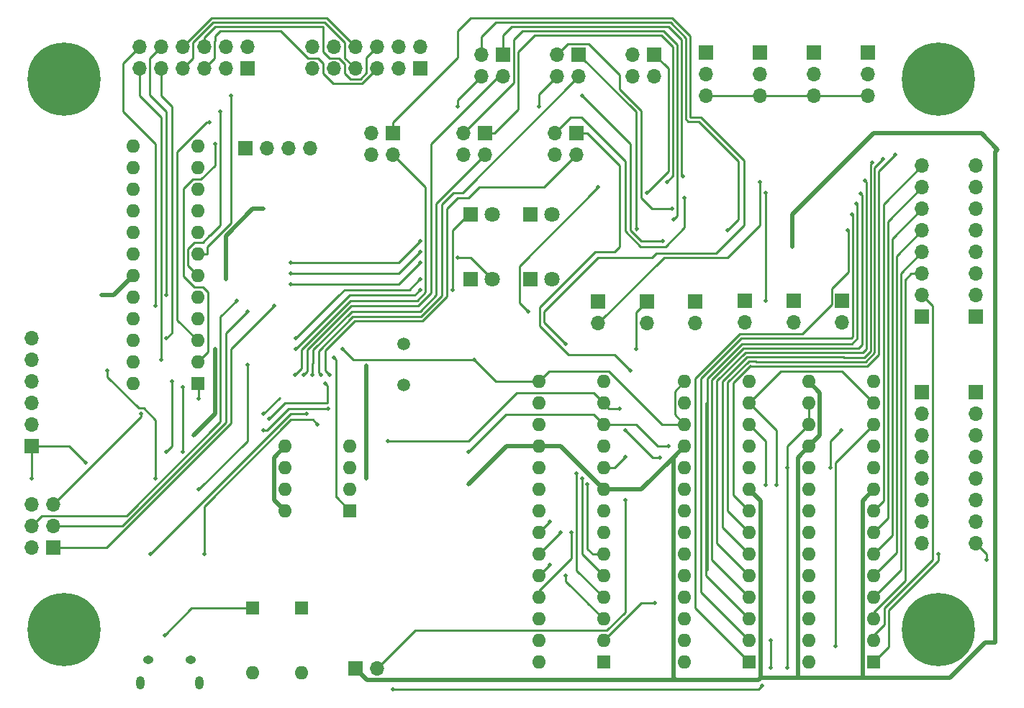
<source format=gbr>
%TF.GenerationSoftware,KiCad,Pcbnew,(5.1.8)-1*%
%TF.CreationDate,2021-01-20T16:15:24-05:00*%
%TF.ProjectId,Switch_Panel,53776974-6368-45f5-9061-6e656c2e6b69,rev?*%
%TF.SameCoordinates,Original*%
%TF.FileFunction,Copper,L2,Bot*%
%TF.FilePolarity,Positive*%
%FSLAX46Y46*%
G04 Gerber Fmt 4.6, Leading zero omitted, Abs format (unit mm)*
G04 Created by KiCad (PCBNEW (5.1.8)-1) date 2021-01-20 16:15:24*
%MOMM*%
%LPD*%
G01*
G04 APERTURE LIST*
%TA.AperFunction,ComponentPad*%
%ADD10R,1.600000X1.600000*%
%TD*%
%TA.AperFunction,ComponentPad*%
%ADD11O,1.600000X1.600000*%
%TD*%
%TA.AperFunction,WasherPad*%
%ADD12C,8.600000*%
%TD*%
%TA.AperFunction,WasherPad*%
%ADD13C,0.900000*%
%TD*%
%TA.AperFunction,ComponentPad*%
%ADD14O,1.250000X0.950000*%
%TD*%
%TA.AperFunction,ComponentPad*%
%ADD15O,1.000000X1.550000*%
%TD*%
%TA.AperFunction,ComponentPad*%
%ADD16R,1.700000X1.700000*%
%TD*%
%TA.AperFunction,ComponentPad*%
%ADD17O,1.700000X1.700000*%
%TD*%
%TA.AperFunction,ComponentPad*%
%ADD18C,1.500000*%
%TD*%
%TA.AperFunction,ComponentPad*%
%ADD19C,1.800000*%
%TD*%
%TA.AperFunction,ComponentPad*%
%ADD20R,1.800000X1.800000*%
%TD*%
%TA.AperFunction,ViaPad*%
%ADD21C,0.500000*%
%TD*%
%TA.AperFunction,Conductor*%
%ADD22C,0.250000*%
%TD*%
%TA.AperFunction,Conductor*%
%ADD23C,0.500000*%
%TD*%
G04 APERTURE END LIST*
D10*
%TO.P,U6,1*%
%TO.N,/SW_I*%
X100330000Y-90170000D03*
D11*
%TO.P,U6,15*%
%TO.N,GND*%
X92710000Y-57150000D03*
%TO.P,U6,2*%
%TO.N,/SW_J*%
X100330000Y-87630000D03*
%TO.P,U6,16*%
%TO.N,GND*%
X92710000Y-59690000D03*
%TO.P,U6,3*%
%TO.N,/SW_K*%
X100330000Y-85090000D03*
%TO.P,U6,17*%
%TO.N,+5V*%
X92710000Y-62230000D03*
%TO.P,U6,4*%
%TO.N,/SW_L*%
X100330000Y-82550000D03*
%TO.P,U6,18*%
%TO.N,+5V*%
X92710000Y-64770000D03*
%TO.P,U6,5*%
%TO.N,/SW_M*%
X100330000Y-80010000D03*
%TO.P,U6,19*%
%TO.N,N/C*%
X92710000Y-67310000D03*
%TO.P,U6,6*%
%TO.N,/SW_N*%
X100330000Y-77470000D03*
%TO.P,U6,20*%
%TO.N,N/C*%
X92710000Y-69850000D03*
%TO.P,U6,7*%
%TO.N,/SW_O*%
X100330000Y-74930000D03*
%TO.P,U6,21*%
%TO.N,/SW_A*%
X92710000Y-72390000D03*
%TO.P,U6,8*%
%TO.N,/SW_P*%
X100330000Y-72390000D03*
%TO.P,U6,22*%
%TO.N,/SW_B*%
X92710000Y-74930000D03*
%TO.P,U6,9*%
%TO.N,+5V*%
X100330000Y-69850000D03*
%TO.P,U6,23*%
%TO.N,/SW_C*%
X92710000Y-77470000D03*
%TO.P,U6,10*%
%TO.N,GND*%
X100330000Y-67310000D03*
%TO.P,U6,24*%
%TO.N,/SW_D*%
X92710000Y-80010000D03*
%TO.P,U6,11*%
%TO.N,N/C*%
X100330000Y-64770000D03*
%TO.P,U6,25*%
%TO.N,/SW_E*%
X92710000Y-82550000D03*
%TO.P,U6,12*%
%TO.N,/SCL1*%
X100330000Y-62230000D03*
%TO.P,U6,26*%
%TO.N,/SW_F*%
X92710000Y-85090000D03*
%TO.P,U6,13*%
%TO.N,/SDA1*%
X100330000Y-59690000D03*
%TO.P,U6,27*%
%TO.N,/SW_G*%
X92710000Y-87630000D03*
%TO.P,U6,14*%
%TO.N,N/C*%
X100330000Y-57150000D03*
%TO.P,U6,28*%
%TO.N,/SW_H*%
X92710000Y-90170000D03*
%TD*%
%TO.P,U5,28*%
%TO.N,Net-(J10-Pad8)*%
X109855000Y-90170000D03*
%TO.P,U5,14*%
%TO.N,N/C*%
X117475000Y-57150000D03*
%TO.P,U5,27*%
%TO.N,Net-(J10-Pad7)*%
X109855000Y-87630000D03*
%TO.P,U5,13*%
%TO.N,/SDA1*%
X117475000Y-59690000D03*
%TO.P,U5,26*%
%TO.N,Net-(J10-Pad6)*%
X109855000Y-85090000D03*
%TO.P,U5,12*%
%TO.N,/SCL1*%
X117475000Y-62230000D03*
%TO.P,U5,25*%
%TO.N,Net-(J10-Pad5)*%
X109855000Y-82550000D03*
%TO.P,U5,11*%
%TO.N,N/C*%
X117475000Y-64770000D03*
%TO.P,U5,24*%
%TO.N,Net-(J10-Pad4)*%
X109855000Y-80010000D03*
%TO.P,U5,10*%
%TO.N,GND*%
X117475000Y-67310000D03*
%TO.P,U5,23*%
%TO.N,Net-(J10-Pad3)*%
X109855000Y-77470000D03*
%TO.P,U5,9*%
%TO.N,+5V*%
X117475000Y-69850000D03*
%TO.P,U5,22*%
%TO.N,Net-(J10-Pad2)*%
X109855000Y-74930000D03*
%TO.P,U5,8*%
%TO.N,Net-(J9-Pad8)*%
X117475000Y-72390000D03*
%TO.P,U5,21*%
%TO.N,Net-(J10-Pad1)*%
X109855000Y-72390000D03*
%TO.P,U5,7*%
%TO.N,Net-(J9-Pad7)*%
X117475000Y-74930000D03*
%TO.P,U5,20*%
%TO.N,N/C*%
X109855000Y-69850000D03*
%TO.P,U5,6*%
%TO.N,Net-(J9-Pad6)*%
X117475000Y-77470000D03*
%TO.P,U5,19*%
%TO.N,N/C*%
X109855000Y-67310000D03*
%TO.P,U5,5*%
%TO.N,Net-(J9-Pad5)*%
X117475000Y-80010000D03*
%TO.P,U5,18*%
%TO.N,+5V*%
X109855000Y-64770000D03*
%TO.P,U5,4*%
%TO.N,Net-(J9-Pad4)*%
X117475000Y-82550000D03*
%TO.P,U5,17*%
%TO.N,GND*%
X109855000Y-62230000D03*
%TO.P,U5,3*%
%TO.N,Net-(J9-Pad3)*%
X117475000Y-85090000D03*
%TO.P,U5,16*%
%TO.N,+5V*%
X109855000Y-59690000D03*
%TO.P,U5,2*%
%TO.N,Net-(J9-Pad2)*%
X117475000Y-87630000D03*
%TO.P,U5,15*%
%TO.N,GND*%
X109855000Y-57150000D03*
D10*
%TO.P,U5,1*%
%TO.N,Net-(J9-Pad1)*%
X117475000Y-90170000D03*
%TD*%
D11*
%TO.P,D2,2*%
%TO.N,GND*%
X64770000Y-91440000D03*
D10*
%TO.P,D2,1*%
%TO.N,Net-(D2-Pad1)*%
X64770000Y-83820000D03*
%TD*%
D12*
%TO.P,REF\u002A\u002A,*%
%TO.N,*%
X139700000Y-21590000D03*
D13*
X142925000Y-21590000D03*
X141980419Y-23870419D03*
X139700000Y-24815000D03*
X137419581Y-23870419D03*
X136475000Y-21590000D03*
X137419581Y-19309581D03*
X139700000Y-18365000D03*
X141980419Y-19309581D03*
%TD*%
%TO.P,REF\u002A\u002A,*%
%TO.N,*%
X141980419Y-84079581D03*
X139700000Y-83135000D03*
X137419581Y-84079581D03*
X136475000Y-86360000D03*
X137419581Y-88640419D03*
X139700000Y-89585000D03*
X141980419Y-88640419D03*
X142925000Y-86360000D03*
D12*
X139700000Y-86360000D03*
%TD*%
%TO.P,REF\u002A\u002A,*%
%TO.N,*%
X36830000Y-86360000D03*
D13*
X40055000Y-86360000D03*
X39110419Y-88640419D03*
X36830000Y-89585000D03*
X34549581Y-88640419D03*
X33605000Y-86360000D03*
X34549581Y-84079581D03*
X36830000Y-83135000D03*
X39110419Y-84079581D03*
%TD*%
D12*
%TO.P,REF\u002A\u002A,*%
%TO.N,*%
X36830000Y-21590000D03*
D13*
X40055000Y-21590000D03*
X39110419Y-23870419D03*
X36830000Y-24815000D03*
X34549581Y-23870419D03*
X33605000Y-21590000D03*
X34549581Y-19309581D03*
X36830000Y-18365000D03*
X39110419Y-19309581D03*
%TD*%
D14*
%TO.P,J1,SH*%
%TO.N,N/C*%
X51776000Y-89916000D03*
X46776000Y-89916000D03*
D15*
X45776000Y-92616000D03*
X52776000Y-92616000D03*
%TD*%
D16*
%TO.P,J2,1*%
%TO.N,+5V*%
X71120000Y-90932000D03*
D17*
%TO.P,J2,2*%
%TO.N,GND*%
X73660000Y-90932000D03*
%TD*%
D16*
%TO.P,J3,1*%
%TO.N,/MISO_DATA*%
X35560000Y-76708000D03*
D17*
%TO.P,J3,2*%
%TO.N,+5V*%
X33020000Y-76708000D03*
%TO.P,J3,3*%
%TO.N,/SCK*%
X35560000Y-74168000D03*
%TO.P,J3,4*%
%TO.N,/MOSI_SDA*%
X33020000Y-74168000D03*
%TO.P,J3,5*%
%TO.N,/RST*%
X35560000Y-71628000D03*
%TO.P,J3,6*%
%TO.N,GND*%
X33020000Y-71628000D03*
%TD*%
D16*
%TO.P,J4,1*%
%TO.N,GND*%
X33020000Y-64770000D03*
D17*
%TO.P,J4,2*%
%TO.N,N/C*%
X33020000Y-62230000D03*
%TO.P,J4,3*%
%TO.N,+5V*%
X33020000Y-59690000D03*
%TO.P,J4,4*%
%TO.N,Net-(J4-Pad4)*%
X33020000Y-57150000D03*
%TO.P,J4,5*%
%TO.N,Net-(J4-Pad5)*%
X33020000Y-54610000D03*
%TO.P,J4,6*%
%TO.N,N/C*%
X33020000Y-52070000D03*
%TD*%
D16*
%TO.P,J7,1*%
%TO.N,Net-(J7-Pad1)*%
X137795000Y-49530000D03*
D17*
%TO.P,J7,2*%
%TO.N,Net-(J7-Pad2)*%
X137795000Y-46990000D03*
%TO.P,J7,3*%
%TO.N,Net-(J7-Pad3)*%
X137795000Y-44450000D03*
%TO.P,J7,4*%
%TO.N,Net-(J7-Pad4)*%
X137795000Y-41910000D03*
%TO.P,J7,5*%
%TO.N,Net-(J7-Pad5)*%
X137795000Y-39370000D03*
%TO.P,J7,6*%
%TO.N,Net-(J7-Pad6)*%
X137795000Y-36830000D03*
%TO.P,J7,7*%
%TO.N,Net-(J7-Pad7)*%
X137795000Y-34290000D03*
%TO.P,J7,8*%
%TO.N,Net-(J7-Pad8)*%
X137795000Y-31750000D03*
%TD*%
%TO.P,J8,8*%
%TO.N,Net-(J8-Pad8)*%
X144145000Y-76200000D03*
%TO.P,J8,7*%
%TO.N,Net-(J8-Pad7)*%
X144145000Y-73660000D03*
%TO.P,J8,6*%
%TO.N,Net-(J8-Pad6)*%
X144145000Y-71120000D03*
%TO.P,J8,5*%
%TO.N,Net-(J8-Pad5)*%
X144145000Y-68580000D03*
%TO.P,J8,4*%
%TO.N,Net-(J8-Pad4)*%
X144145000Y-66040000D03*
%TO.P,J8,3*%
%TO.N,Net-(J8-Pad3)*%
X144145000Y-63500000D03*
%TO.P,J8,2*%
%TO.N,Net-(J8-Pad2)*%
X144145000Y-60960000D03*
D16*
%TO.P,J8,1*%
%TO.N,Net-(J8-Pad1)*%
X144145000Y-58420000D03*
%TD*%
%TO.P,SW4,1*%
%TO.N,/SW_A*%
X112395000Y-18415000D03*
D17*
%TO.P,SW4,2*%
%TO.N,/PULLUP_C*%
X112395000Y-20955000D03*
%TO.P,SW4,3*%
%TO.N,GND*%
X112395000Y-23495000D03*
%TD*%
D16*
%TO.P,SW5,1*%
%TO.N,/SW_C*%
X118745000Y-18415000D03*
D17*
%TO.P,SW5,2*%
%TO.N,/PULLUP_A*%
X118745000Y-20955000D03*
%TO.P,SW5,3*%
%TO.N,GND*%
X118745000Y-23495000D03*
%TD*%
D16*
%TO.P,SW6,1*%
%TO.N,/SW_E*%
X99695000Y-47752000D03*
D17*
%TO.P,SW6,2*%
%TO.N,/PULLUP_E*%
X99695000Y-50292000D03*
%TD*%
D16*
%TO.P,SW7,1*%
%TO.N,/SW_I*%
X105410000Y-47752000D03*
D17*
%TO.P,SW7,2*%
%TO.N,/PULLUP_G*%
X105410000Y-50292000D03*
%TD*%
D16*
%TO.P,SW8,1*%
%TO.N,/SW_G*%
X111125000Y-47752000D03*
D17*
%TO.P,SW8,2*%
%TO.N,/PULLUP_I*%
X111125000Y-50292000D03*
%TD*%
%TO.P,SW9,3*%
%TO.N,GND*%
X125095000Y-23495000D03*
%TO.P,SW9,2*%
%TO.N,/PULLUP_B*%
X125095000Y-20955000D03*
D16*
%TO.P,SW9,1*%
%TO.N,/SW_D*%
X125095000Y-18415000D03*
%TD*%
D17*
%TO.P,SW10,2*%
%TO.N,/PULLUP_F*%
X116967000Y-50165000D03*
D16*
%TO.P,SW10,1*%
%TO.N,/SW_F*%
X116967000Y-47625000D03*
%TD*%
%TO.P,SW11,1*%
%TO.N,/SW_B*%
X131445000Y-18415000D03*
D17*
%TO.P,SW11,2*%
%TO.N,/PULLUP_D*%
X131445000Y-20955000D03*
%TO.P,SW11,3*%
%TO.N,GND*%
X131445000Y-23495000D03*
%TD*%
%TO.P,SW12,2*%
%TO.N,/PULLUP_J*%
X122682000Y-50165000D03*
D16*
%TO.P,SW12,1*%
%TO.N,/SW_H*%
X122682000Y-47625000D03*
%TD*%
D17*
%TO.P,SW13,2*%
%TO.N,/PULLUP_H*%
X128397000Y-50165000D03*
D16*
%TO.P,SW13,1*%
%TO.N,/SW_J*%
X128397000Y-47625000D03*
%TD*%
D10*
%TO.P,U2,1*%
%TO.N,/CCSEL*%
X70485000Y-72390000D03*
D11*
%TO.P,U2,5*%
%TO.N,+5V*%
X62865000Y-64770000D03*
%TO.P,U2,2*%
%TO.N,/SCK1*%
X70485000Y-69850000D03*
%TO.P,U2,6*%
%TO.N,Net-(R9-Pad2)*%
X62865000Y-67310000D03*
%TO.P,U2,3*%
%TO.N,/MOSI1*%
X70485000Y-67310000D03*
%TO.P,U2,7*%
%TO.N,GND*%
X62865000Y-69850000D03*
%TO.P,U2,4*%
X70485000Y-64770000D03*
%TO.P,U2,8*%
%TO.N,+5V*%
X62865000Y-72390000D03*
%TD*%
D10*
%TO.P,U3,1*%
%TO.N,/MOSI1*%
X52578000Y-57404000D03*
D11*
%TO.P,U3,13*%
%TO.N,/SCK1*%
X44958000Y-29464000D03*
%TO.P,U3,2*%
%TO.N,/DIG_0*%
X52578000Y-54864000D03*
%TO.P,U3,14*%
%TO.N,/SEG_A*%
X44958000Y-32004000D03*
%TO.P,U3,3*%
%TO.N,/DIG_4*%
X52578000Y-52324000D03*
%TO.P,U3,15*%
%TO.N,/SEG_F*%
X44958000Y-34544000D03*
%TO.P,U3,4*%
%TO.N,GND*%
X52578000Y-49784000D03*
%TO.P,U3,16*%
%TO.N,/SEG_B*%
X44958000Y-37084000D03*
%TO.P,U3,5*%
%TO.N,/DIG_6*%
X52578000Y-47244000D03*
%TO.P,U3,17*%
%TO.N,/SEG_G*%
X44958000Y-39624000D03*
%TO.P,U3,6*%
%TO.N,/DIG_2*%
X52578000Y-44704000D03*
%TO.P,U3,18*%
%TO.N,/ISET*%
X44958000Y-42164000D03*
%TO.P,U3,7*%
%TO.N,/DIG_3*%
X52578000Y-42164000D03*
%TO.P,U3,19*%
%TO.N,+5V*%
X44958000Y-44704000D03*
%TO.P,U3,8*%
%TO.N,/DIG_7*%
X52578000Y-39624000D03*
%TO.P,U3,20*%
%TO.N,/SEG_C*%
X44958000Y-47244000D03*
%TO.P,U3,9*%
%TO.N,GND*%
X52578000Y-37084000D03*
%TO.P,U3,21*%
%TO.N,/SEG_E*%
X44958000Y-49784000D03*
%TO.P,U3,10*%
%TO.N,/DIG_5*%
X52578000Y-34544000D03*
%TO.P,U3,22*%
%TO.N,/SEG_DP*%
X44958000Y-52324000D03*
%TO.P,U3,11*%
%TO.N,/DIG_1*%
X52578000Y-32004000D03*
%TO.P,U3,23*%
%TO.N,/SEG_D*%
X44958000Y-54864000D03*
%TO.P,U3,12*%
%TO.N,/LOAD*%
X52578000Y-29464000D03*
%TO.P,U3,24*%
%TO.N,N/C*%
X44958000Y-57404000D03*
%TD*%
D10*
%TO.P,U4,1*%
%TO.N,Net-(J7-Pad1)*%
X132080000Y-90170000D03*
D11*
%TO.P,U4,15*%
%TO.N,+5V*%
X124460000Y-57150000D03*
%TO.P,U4,2*%
%TO.N,Net-(J7-Pad2)*%
X132080000Y-87630000D03*
%TO.P,U4,16*%
%TO.N,GND*%
X124460000Y-59690000D03*
%TO.P,U4,3*%
%TO.N,Net-(J7-Pad3)*%
X132080000Y-85090000D03*
%TO.P,U4,17*%
%TO.N,GND*%
X124460000Y-62230000D03*
%TO.P,U4,4*%
%TO.N,Net-(J7-Pad4)*%
X132080000Y-82550000D03*
%TO.P,U4,18*%
%TO.N,+5V*%
X124460000Y-64770000D03*
%TO.P,U4,5*%
%TO.N,Net-(J7-Pad5)*%
X132080000Y-80010000D03*
%TO.P,U4,19*%
%TO.N,N/C*%
X124460000Y-67310000D03*
%TO.P,U4,6*%
%TO.N,Net-(J7-Pad6)*%
X132080000Y-77470000D03*
%TO.P,U4,20*%
%TO.N,N/C*%
X124460000Y-69850000D03*
%TO.P,U4,7*%
%TO.N,Net-(J7-Pad7)*%
X132080000Y-74930000D03*
%TO.P,U4,21*%
%TO.N,Net-(J8-Pad1)*%
X124460000Y-72390000D03*
%TO.P,U4,8*%
%TO.N,Net-(J7-Pad8)*%
X132080000Y-72390000D03*
%TO.P,U4,22*%
%TO.N,Net-(J8-Pad2)*%
X124460000Y-74930000D03*
%TO.P,U4,9*%
%TO.N,+5V*%
X132080000Y-69850000D03*
%TO.P,U4,23*%
%TO.N,Net-(J8-Pad3)*%
X124460000Y-77470000D03*
%TO.P,U4,10*%
%TO.N,GND*%
X132080000Y-67310000D03*
%TO.P,U4,24*%
%TO.N,Net-(J8-Pad4)*%
X124460000Y-80010000D03*
%TO.P,U4,11*%
%TO.N,N/C*%
X132080000Y-64770000D03*
%TO.P,U4,25*%
%TO.N,Net-(J8-Pad5)*%
X124460000Y-82550000D03*
%TO.P,U4,12*%
%TO.N,/SCL1*%
X132080000Y-62230000D03*
%TO.P,U4,26*%
%TO.N,Net-(J8-Pad6)*%
X124460000Y-85090000D03*
%TO.P,U4,13*%
%TO.N,/SDA1*%
X132080000Y-59690000D03*
%TO.P,U4,27*%
%TO.N,Net-(J8-Pad7)*%
X124460000Y-87630000D03*
%TO.P,U4,14*%
%TO.N,N/C*%
X132080000Y-57150000D03*
%TO.P,U4,28*%
%TO.N,Net-(J8-Pad8)*%
X124460000Y-90170000D03*
%TD*%
D18*
%TO.P,Y1,1*%
%TO.N,Net-(C2-Pad1)*%
X76835000Y-52705000D03*
%TO.P,Y1,2*%
%TO.N,Net-(C1-Pad1)*%
X76835000Y-57585000D03*
%TD*%
D17*
%TO.P,SW1,4*%
%TO.N,/LED_K_PWR*%
X73025000Y-30480000D03*
%TO.P,SW1,3*%
%TO.N,/LED_K*%
X75565000Y-30480000D03*
%TO.P,SW1,2*%
%TO.N,/PULLUP_K*%
X73025000Y-27940000D03*
D16*
%TO.P,SW1,1*%
%TO.N,/SW_K*%
X75565000Y-27940000D03*
%TD*%
D17*
%TO.P,SW2,4*%
%TO.N,/LED_M_PWR*%
X83820000Y-30480000D03*
%TO.P,SW2,3*%
%TO.N,/LED_M*%
X86360000Y-30480000D03*
%TO.P,SW2,2*%
%TO.N,/PULLUP_M*%
X83820000Y-27940000D03*
D16*
%TO.P,SW2,1*%
%TO.N,/SW_M*%
X86360000Y-27940000D03*
%TD*%
D17*
%TO.P,SW3,4*%
%TO.N,/LED_O_PWR*%
X94615000Y-30480000D03*
%TO.P,SW3,3*%
%TO.N,/LED_O*%
X97155000Y-30480000D03*
%TO.P,SW3,2*%
%TO.N,/PULLUP_O*%
X94615000Y-27940000D03*
D16*
%TO.P,SW3,1*%
%TO.N,/SW_O*%
X97155000Y-27940000D03*
%TD*%
%TO.P,SW14,1*%
%TO.N,/SW_L*%
X88519000Y-18669000D03*
D17*
%TO.P,SW14,2*%
%TO.N,/PULLUP_L*%
X85979000Y-18669000D03*
%TO.P,SW14,3*%
%TO.N,/LED_L*%
X88519000Y-21209000D03*
%TO.P,SW14,4*%
%TO.N,/LED_L_PWR*%
X85979000Y-21209000D03*
%TD*%
D16*
%TO.P,SW15,1*%
%TO.N,/SW_N*%
X97409000Y-18669000D03*
D17*
%TO.P,SW15,2*%
%TO.N,/PULLUP_N*%
X94869000Y-18669000D03*
%TO.P,SW15,3*%
%TO.N,/LED_N*%
X97409000Y-21209000D03*
%TO.P,SW15,4*%
%TO.N,/LED_N_PWR*%
X94869000Y-21209000D03*
%TD*%
D16*
%TO.P,SW16,1*%
%TO.N,/SW_P*%
X106299000Y-18669000D03*
D17*
%TO.P,SW16,2*%
%TO.N,/PULLUP_P*%
X103759000Y-18669000D03*
%TO.P,SW16,3*%
%TO.N,/LED_P*%
X106299000Y-21209000D03*
%TO.P,SW16,4*%
%TO.N,/LED_P_PWR*%
X103759000Y-21209000D03*
%TD*%
D10*
%TO.P,D1,1*%
%TO.N,Net-(D1-Pad1)*%
X59055000Y-83820000D03*
D11*
%TO.P,D1,2*%
%TO.N,GND*%
X59055000Y-91440000D03*
%TD*%
D19*
%TO.P,D3,2*%
%TO.N,/LED_Q_PWR*%
X94234000Y-45085000D03*
D20*
%TO.P,D3,1*%
%TO.N,/LED_Q*%
X91694000Y-45085000D03*
%TD*%
%TO.P,D4,1*%
%TO.N,/LED_S*%
X84709000Y-37465000D03*
D19*
%TO.P,D4,2*%
%TO.N,/LED_S_PWR*%
X87249000Y-37465000D03*
%TD*%
D20*
%TO.P,D5,1*%
%TO.N,/LED_R*%
X84709000Y-45085000D03*
D19*
%TO.P,D5,2*%
%TO.N,/LED_R_PWR*%
X87249000Y-45085000D03*
%TD*%
%TO.P,D6,2*%
%TO.N,/LED_T_PWR*%
X94234000Y-37465000D03*
D20*
%TO.P,D6,1*%
%TO.N,/LED_T*%
X91694000Y-37465000D03*
%TD*%
D17*
%TO.P,J5,12*%
%TO.N,/SEG_E*%
X66040000Y-17780000D03*
%TO.P,J5,11*%
%TO.N,/SEG_D*%
X66040000Y-20320000D03*
%TO.P,J5,10*%
%TO.N,/SEG_C*%
X68580000Y-17780000D03*
%TO.P,J5,9*%
%TO.N,/SEG_DP*%
X68580000Y-20320000D03*
%TO.P,J5,8*%
%TO.N,/SEG_B*%
X71120000Y-17780000D03*
%TO.P,J5,7*%
%TO.N,/SEG_A*%
X71120000Y-20320000D03*
%TO.P,J5,6*%
%TO.N,/SEG_G*%
X73660000Y-17780000D03*
%TO.P,J5,5*%
%TO.N,/SEG_F*%
X73660000Y-20320000D03*
%TO.P,J5,4*%
%TO.N,/DIG_3*%
X76200000Y-17780000D03*
%TO.P,J5,3*%
%TO.N,/DIG_2*%
X76200000Y-20320000D03*
%TO.P,J5,2*%
%TO.N,/DIG_1*%
X78740000Y-17780000D03*
D16*
%TO.P,J5,1*%
%TO.N,/DIG_0*%
X78740000Y-20320000D03*
%TD*%
%TO.P,J6,1*%
%TO.N,/DIG_4*%
X58420000Y-20320000D03*
D17*
%TO.P,J6,2*%
%TO.N,/DIG_5*%
X58420000Y-17780000D03*
%TO.P,J6,3*%
%TO.N,/DIG_6*%
X55880000Y-20320000D03*
%TO.P,J6,4*%
%TO.N,/DIG_7*%
X55880000Y-17780000D03*
%TO.P,J6,5*%
%TO.N,/SEG_F*%
X53340000Y-20320000D03*
%TO.P,J6,6*%
%TO.N,/SEG_G*%
X53340000Y-17780000D03*
%TO.P,J6,7*%
%TO.N,/SEG_A*%
X50800000Y-20320000D03*
%TO.P,J6,8*%
%TO.N,/SEG_B*%
X50800000Y-17780000D03*
%TO.P,J6,9*%
%TO.N,/SEG_DP*%
X48260000Y-20320000D03*
%TO.P,J6,10*%
%TO.N,/SEG_C*%
X48260000Y-17780000D03*
%TO.P,J6,11*%
%TO.N,/SEG_D*%
X45720000Y-20320000D03*
%TO.P,J6,12*%
%TO.N,/SEG_E*%
X45720000Y-17780000D03*
%TD*%
%TO.P,J9,8*%
%TO.N,Net-(J9-Pad8)*%
X144145000Y-31750000D03*
%TO.P,J9,7*%
%TO.N,Net-(J9-Pad7)*%
X144145000Y-34290000D03*
%TO.P,J9,6*%
%TO.N,Net-(J9-Pad6)*%
X144145000Y-36830000D03*
%TO.P,J9,5*%
%TO.N,Net-(J9-Pad5)*%
X144145000Y-39370000D03*
%TO.P,J9,4*%
%TO.N,Net-(J9-Pad4)*%
X144145000Y-41910000D03*
%TO.P,J9,3*%
%TO.N,Net-(J9-Pad3)*%
X144145000Y-44450000D03*
%TO.P,J9,2*%
%TO.N,Net-(J9-Pad2)*%
X144145000Y-46990000D03*
D16*
%TO.P,J9,1*%
%TO.N,Net-(J9-Pad1)*%
X144145000Y-49530000D03*
%TD*%
%TO.P,J10,1*%
%TO.N,Net-(J10-Pad1)*%
X137795000Y-58420000D03*
D17*
%TO.P,J10,2*%
%TO.N,Net-(J10-Pad2)*%
X137795000Y-60960000D03*
%TO.P,J10,3*%
%TO.N,Net-(J10-Pad3)*%
X137795000Y-63500000D03*
%TO.P,J10,4*%
%TO.N,Net-(J10-Pad4)*%
X137795000Y-66040000D03*
%TO.P,J10,5*%
%TO.N,Net-(J10-Pad5)*%
X137795000Y-68580000D03*
%TO.P,J10,6*%
%TO.N,Net-(J10-Pad6)*%
X137795000Y-71120000D03*
%TO.P,J10,7*%
%TO.N,Net-(J10-Pad7)*%
X137795000Y-73660000D03*
%TO.P,J10,8*%
%TO.N,Net-(J10-Pad8)*%
X137795000Y-76200000D03*
%TD*%
D16*
%TO.P,J11,1*%
%TO.N,Net-(J11-Pad1)*%
X58166000Y-29718000D03*
D17*
%TO.P,J11,2*%
%TO.N,Net-(J11-Pad2)*%
X60706000Y-29718000D03*
%TO.P,J11,3*%
%TO.N,Net-(J11-Pad3)*%
X63246000Y-29718000D03*
%TO.P,J11,4*%
%TO.N,Net-(J11-Pad4)*%
X65786000Y-29718000D03*
%TD*%
D21*
%TO.N,GND*%
X58420000Y-55181000D03*
X69620998Y-53340000D03*
X85090000Y-54610000D03*
X52705000Y-69850000D03*
X33020000Y-68580000D03*
X39370000Y-66675000D03*
X49530000Y-57150000D03*
X48895000Y-65405000D03*
X102870000Y-66040000D03*
X102870000Y-71120000D03*
X121920000Y-67310000D03*
X121920000Y-90805000D03*
X118928347Y-92928657D03*
X75565000Y-93345000D03*
X128270000Y-62865000D03*
X127000000Y-67310000D03*
%TO.N,Net-(C3-Pad1)*%
X50800000Y-57785000D03*
X50800000Y-65405000D03*
%TO.N,+5V*%
X41275000Y-46990000D03*
X55880000Y-45085000D03*
X60325000Y-36830000D03*
X72390000Y-55245000D03*
X72390000Y-68580000D03*
X54610000Y-53340000D03*
X52070000Y-63500000D03*
X122555000Y-41275000D03*
X84455000Y-69215000D03*
%TO.N,/DIG_0*%
X54610000Y-29210000D03*
%TO.N,/SEG_DP*%
X48895000Y-52070000D03*
%TO.N,/SEG_C*%
X48895000Y-46990000D03*
%TO.N,/SEG_D*%
X48260000Y-54610000D03*
%TO.N,/SEG_E*%
X47625000Y-48260000D03*
%TO.N,/DIG_4*%
X53975000Y-26670000D03*
%TO.N,/DIG_2*%
X55245000Y-25400000D03*
%TO.N,/LED_S_PWR*%
X63500000Y-44450000D03*
X78740000Y-41910000D03*
%TO.N,/LED_S*%
X78740000Y-46355000D03*
X64135000Y-53340000D03*
X82549729Y-46354729D03*
%TO.N,/DIG_3*%
X56515000Y-23495000D03*
%TO.N,/LED_R_PWR*%
X63500000Y-45720000D03*
X78740000Y-43180000D03*
X83185000Y-42545000D03*
%TO.N,/LED_T*%
X64135000Y-52070000D03*
X78740000Y-45085000D03*
%TO.N,/LED_T_PWR*%
X63500000Y-43180000D03*
X78740000Y-40640000D03*
%TO.N,/MISO_DATA*%
X61595000Y-48260000D03*
%TO.N,/SCK*%
X58420000Y-48895000D03*
%TO.N,/MOSI_SDA*%
X57150000Y-47625000D03*
%TO.N,/RST*%
X60325000Y-60940569D03*
X45925569Y-60940569D03*
%TO.N,Net-(J7-Pad1)*%
X139700000Y-77470000D03*
%TO.N,Net-(J8-Pad8)*%
X145415000Y-78105000D03*
%TO.N,Net-(J9-Pad1)*%
X128997001Y-39370000D03*
%TO.N,Net-(J9-Pad2)*%
X129540000Y-37465000D03*
%TO.N,Net-(J9-Pad3)*%
X130069960Y-36198444D03*
%TO.N,Net-(J9-Pad4)*%
X130573970Y-35052000D03*
%TO.N,/USB_D-*%
X66675000Y-62230000D03*
X53340000Y-77470000D03*
%TO.N,/USB_D+*%
X65405000Y-60960000D03*
X46990000Y-77470000D03*
%TO.N,/TXD*%
X60325000Y-62865000D03*
X67945000Y-60325000D03*
%TO.N,/RXD*%
X60934569Y-61569569D03*
X67564000Y-57404000D03*
%TO.N,/SCL1*%
X84455000Y-65405000D03*
X107950000Y-64770000D03*
X119380000Y-69299999D03*
X127635000Y-88265000D03*
%TO.N,/SDA1*%
X74930000Y-64135000D03*
X120650000Y-69299999D03*
X120015000Y-87630000D03*
X120015000Y-90805000D03*
X106951029Y-66112666D03*
X102870000Y-62865000D03*
X102235000Y-60325000D03*
%TO.N,Net-(R9-Pad2)*%
X41910000Y-55880000D03*
X47625000Y-68580000D03*
%TO.N,/PULLUP_E*%
X118745000Y-33655000D03*
%TO.N,/PULLUP_F*%
X119380000Y-47625000D03*
X119380000Y-34925000D03*
%TO.N,/LED_K*%
X64008000Y-56388000D03*
%TO.N,/PULLUP_K*%
X97790000Y-23495000D03*
X107315000Y-40640000D03*
%TO.N,/SW_K*%
X95885000Y-52705000D03*
X95885000Y-80010000D03*
%TO.N,/LED_M*%
X66040000Y-56388000D03*
%TO.N,/PULLUP_M*%
X108585000Y-38100000D03*
%TO.N,/SW_M*%
X97790000Y-68580000D03*
X107759771Y-33649000D03*
%TO.N,/LED_O*%
X68072000Y-56388000D03*
%TO.N,/PULLUP_O*%
X109855000Y-35560000D03*
%TO.N,/SW_O*%
X103505000Y-55880000D03*
%TO.N,/SW_A*%
X91440000Y-48895000D03*
X99695000Y-34290000D03*
%TO.N,/SW_C*%
X95250000Y-74930000D03*
%TO.N,/SW_E*%
X96520000Y-74930000D03*
%TO.N,/SW_I*%
X104180999Y-53299001D03*
%TO.N,/SW_D*%
X93980000Y-78740000D03*
%TO.N,/SW_B*%
X93980000Y-73660000D03*
%TO.N,/SW_J*%
X106322029Y-83185000D03*
%TO.N,/SW_L*%
X109606970Y-33020000D03*
X97155000Y-67945000D03*
%TO.N,/PULLUP_L*%
X114935000Y-39370000D03*
%TO.N,/LED_L*%
X65024000Y-56388000D03*
%TO.N,/SW_N*%
X104228383Y-39203841D03*
X98425000Y-69215000D03*
%TO.N,/PULLUP_N*%
X108348970Y-36830000D03*
%TO.N,/LED_N*%
X67030840Y-56413160D03*
%TO.N,/SW_P*%
X105410000Y-34925000D03*
%TO.N,/CCSEL*%
X68580000Y-54356000D03*
%TO.N,/MOSI1*%
X52705000Y-59212001D03*
%TO.N,/LED_L_PWR*%
X83185000Y-24765000D03*
%TO.N,/LED_N_PWR*%
X92710000Y-24765000D03*
%TO.N,Net-(D1-Pad1)*%
X48647000Y-86995000D03*
%TO.N,Net-(J9-Pad8)*%
X134620000Y-30480000D03*
%TO.N,Net-(J9-Pad7)*%
X133222729Y-30987729D03*
%TO.N,Net-(J9-Pad6)*%
X131898461Y-31422455D03*
%TO.N,Net-(J9-Pad5)*%
X131077980Y-33528000D03*
%TD*%
D22*
%TO.N,GND*%
X70890998Y-54610000D02*
X85090000Y-54610000D01*
X69620998Y-53340000D02*
X70890998Y-54610000D01*
X58420000Y-64135000D02*
X52705000Y-69850000D01*
X58420000Y-55181000D02*
X58420000Y-64135000D01*
X33020000Y-68580000D02*
X33020000Y-64770000D01*
X37465000Y-64770000D02*
X39370000Y-66675000D01*
X33020000Y-64770000D02*
X37465000Y-64770000D01*
X49530000Y-64770000D02*
X48895000Y-65405000D01*
X49530000Y-57150000D02*
X49530000Y-64770000D01*
X101600000Y-67310000D02*
X102870000Y-66040000D01*
X100330000Y-67310000D02*
X101600000Y-67310000D01*
X78141001Y-86450999D02*
X73660000Y-90932000D01*
X100713923Y-86450999D02*
X78141001Y-86450999D01*
X102870000Y-84294922D02*
X100713923Y-86450999D01*
X102870000Y-71120000D02*
X102870000Y-84294922D01*
X100895921Y-55970999D02*
X93889001Y-55970999D01*
X93889001Y-55970999D02*
X92710000Y-57150000D01*
X107154922Y-62230000D02*
X100895921Y-55970999D01*
X109855000Y-62230000D02*
X107154922Y-62230000D01*
X108675999Y-61050999D02*
X109855000Y-62230000D01*
X108675999Y-58329001D02*
X108675999Y-61050999D01*
X109855000Y-57150000D02*
X108675999Y-58329001D01*
X87630000Y-57150000D02*
X85090000Y-54610000D01*
X92710000Y-57150000D02*
X87630000Y-57150000D01*
X112395000Y-23495000D02*
X118745000Y-23495000D01*
X118745000Y-23495000D02*
X125095000Y-23495000D01*
X125095000Y-23495000D02*
X131445000Y-23495000D01*
X121920000Y-64770000D02*
X124460000Y-62230000D01*
X121920000Y-67310000D02*
X121920000Y-64770000D01*
X124460000Y-62230000D02*
X124460000Y-59690000D01*
X121920000Y-67310000D02*
X121920000Y-90805000D01*
X118512004Y-93345000D02*
X75565000Y-93345000D01*
X118928347Y-92928657D02*
X118512004Y-93345000D01*
X127000000Y-64135000D02*
X127000000Y-67310000D01*
X128270000Y-62865000D02*
X127000000Y-64135000D01*
%TO.N,Net-(C3-Pad1)*%
X50800000Y-57785000D02*
X50800000Y-65405000D01*
D23*
%TO.N,+5V*%
X42672000Y-46990000D02*
X44958000Y-44704000D01*
X41275000Y-46990000D02*
X42672000Y-46990000D01*
X61560999Y-71085999D02*
X62865000Y-72390000D01*
X61560999Y-66074001D02*
X61560999Y-71085999D01*
X62865000Y-64770000D02*
X61560999Y-66074001D01*
X59055000Y-36830000D02*
X60325000Y-36830000D01*
X72390000Y-55245000D02*
X72390000Y-68580000D01*
X55880000Y-40005000D02*
X59055000Y-36830000D01*
X55880000Y-45085000D02*
X55880000Y-40005000D01*
X54610000Y-60960000D02*
X52070000Y-63500000D01*
X54610000Y-53340000D02*
X54610000Y-60960000D01*
X72474001Y-92286001D02*
X71120000Y-90932000D01*
X118779001Y-92040999D02*
X118533999Y-92286001D01*
X122555000Y-41275000D02*
X122555000Y-37465000D01*
X122555000Y-37465000D02*
X132080000Y-27940000D01*
X144780000Y-27940000D02*
X146685000Y-29845000D01*
X132080000Y-27940000D02*
X144780000Y-27940000D01*
X146426004Y-30103996D02*
X146426004Y-87888996D01*
X146685000Y-29845000D02*
X146426004Y-30103996D01*
X145233840Y-87888996D02*
X141081837Y-92040999D01*
X146426004Y-87888996D02*
X145233840Y-87888996D01*
X108550999Y-66074001D02*
X108550999Y-92040999D01*
X109855000Y-64770000D02*
X108550999Y-66074001D01*
X108550999Y-92040999D02*
X108796001Y-92286001D01*
X108796001Y-92286001D02*
X72474001Y-92286001D01*
X118533999Y-92286001D02*
X108796001Y-92286001D01*
X95250000Y-64770000D02*
X92710000Y-64770000D01*
X100330000Y-69850000D02*
X95250000Y-64770000D01*
X104775000Y-69850000D02*
X108550999Y-66074001D01*
X100330000Y-69850000D02*
X104775000Y-69850000D01*
X88900000Y-64770000D02*
X84455000Y-69215000D01*
X92710000Y-64770000D02*
X88900000Y-64770000D01*
X130775999Y-71154001D02*
X130775999Y-92040999D01*
X132080000Y-69850000D02*
X130775999Y-71154001D01*
X141081837Y-92040999D02*
X130775999Y-92040999D01*
X123155999Y-91972997D02*
X123224001Y-92040999D01*
X123155999Y-66074001D02*
X123155999Y-91972997D01*
X123224001Y-92040999D02*
X118779001Y-92040999D01*
X124460000Y-64770000D02*
X123155999Y-66074001D01*
X130775999Y-92040999D02*
X123224001Y-92040999D01*
X118779001Y-71154001D02*
X118779001Y-92040999D01*
X117475000Y-69850000D02*
X118779001Y-71154001D01*
X125764001Y-63465999D02*
X124460000Y-64770000D01*
X125764001Y-58454001D02*
X125764001Y-63465999D01*
X124460000Y-57150000D02*
X125764001Y-58454001D01*
D22*
%TO.N,/SEG_G*%
X72430999Y-19009001D02*
X73660000Y-17780000D01*
X53340000Y-17780000D02*
X53340000Y-16665552D01*
X53340000Y-16665552D02*
X54598522Y-15407030D01*
X69890999Y-19812077D02*
X69890999Y-20909921D01*
X54598522Y-15407030D02*
X67313176Y-15407030D01*
X67313176Y-15407030D02*
X67350999Y-15444853D01*
X67350999Y-15444853D02*
X67350999Y-18369921D01*
X69169921Y-19090999D02*
X69890999Y-19812077D01*
X68072077Y-19090999D02*
X69169921Y-19090999D01*
X69890999Y-20909921D02*
X70530079Y-21549001D01*
X70530079Y-21549001D02*
X71709921Y-21549001D01*
X71709921Y-21549001D02*
X72430999Y-20827923D01*
X67350999Y-18369921D02*
X68072077Y-19090999D01*
X72430999Y-20827923D02*
X72430999Y-19009001D01*
%TO.N,/SEG_F*%
X54569001Y-19090999D02*
X54569001Y-17104001D01*
X53340000Y-20320000D02*
X54569001Y-19090999D01*
X54610000Y-16510000D02*
X55208960Y-15911040D01*
X54610000Y-17063002D02*
X54610000Y-16510000D01*
X54569001Y-17104001D02*
X54610000Y-17063002D01*
X71926989Y-22053011D02*
X73660000Y-20320000D01*
X68494089Y-22053011D02*
X71926989Y-22053011D01*
X67350999Y-20909921D02*
X68494089Y-22053011D01*
X67350999Y-19730079D02*
X67350999Y-20909921D01*
X66711919Y-19090999D02*
X67350999Y-19730079D01*
X65532077Y-19090999D02*
X66711919Y-19090999D01*
X62352118Y-15911040D02*
X65532077Y-19090999D01*
X55208960Y-15911040D02*
X62352118Y-15911040D01*
%TO.N,/DIG_0*%
X53757001Y-46678079D02*
X53757001Y-53684999D01*
X53143921Y-46064999D02*
X53757001Y-46678079D01*
X53757001Y-53684999D02*
X52578000Y-54864000D01*
X52194077Y-46064999D02*
X53143921Y-46064999D01*
X50894989Y-44765911D02*
X52194077Y-46064999D01*
X50894989Y-34482089D02*
X50894989Y-44765911D01*
X52961923Y-33364999D02*
X52012079Y-33364999D01*
X52012079Y-33364999D02*
X50894989Y-34482089D01*
X54610000Y-31716922D02*
X52961923Y-33364999D01*
X54610000Y-29210000D02*
X54610000Y-31716922D01*
%TO.N,/SEG_A*%
X69890999Y-17272077D02*
X69890999Y-19090999D01*
X67521942Y-14903020D02*
X69890999Y-17272077D01*
X54389756Y-14903020D02*
X67521942Y-14903020D01*
X69890999Y-19090999D02*
X71120000Y-20320000D01*
X52029001Y-17263775D02*
X54389756Y-14903020D01*
X52029001Y-19090999D02*
X52029001Y-17263775D01*
X50800000Y-20320000D02*
X52029001Y-19090999D01*
%TO.N,/SEG_B*%
X50800000Y-17780000D02*
X54180990Y-14399010D01*
X67739010Y-14399010D02*
X71120000Y-17780000D01*
X54404010Y-14399010D02*
X67739010Y-14399010D01*
X54180990Y-14399010D02*
X54404010Y-14399010D01*
X54404010Y-14399010D02*
X54610000Y-14399010D01*
%TO.N,/SEG_DP*%
X48260000Y-20320000D02*
X48260000Y-23495000D01*
X49524001Y-51440999D02*
X48895000Y-52070000D01*
X49524001Y-24759001D02*
X49524001Y-51440999D01*
X48260000Y-23495000D02*
X49524001Y-24759001D01*
%TO.N,/SEG_C*%
X46949001Y-19090999D02*
X46949001Y-23454001D01*
X48260000Y-17780000D02*
X46949001Y-19090999D01*
X46949001Y-23454001D02*
X46990000Y-23495000D01*
X48895000Y-25400000D02*
X48895000Y-46990000D01*
X46949001Y-23454001D02*
X48895000Y-25400000D01*
%TO.N,/SEG_D*%
X45720000Y-20320000D02*
X45720000Y-23495000D01*
X48260000Y-26035000D02*
X48260000Y-54610000D01*
X45720000Y-23495000D02*
X48260000Y-26035000D01*
%TO.N,/SEG_E*%
X45720000Y-17780000D02*
X43815000Y-19685000D01*
X43815000Y-19685000D02*
X43815000Y-23495000D01*
X43815000Y-23495000D02*
X43815000Y-25400000D01*
X43815000Y-25400000D02*
X47625000Y-29210000D01*
X47625000Y-29210000D02*
X47625000Y-48260000D01*
%TO.N,/DIG_4*%
X52578000Y-52324000D02*
X50165000Y-49911000D01*
X53627078Y-26670000D02*
X53975000Y-26670000D01*
X50165000Y-30132078D02*
X53627078Y-26670000D01*
X50165000Y-49911000D02*
X50165000Y-30132078D01*
%TO.N,/DIG_2*%
X53143921Y-40803001D02*
X53975000Y-39971922D01*
X52194077Y-40803001D02*
X53143921Y-40803001D01*
X51398999Y-41598079D02*
X52194077Y-40803001D01*
X51398999Y-43524999D02*
X51398999Y-41598079D01*
X52578000Y-44704000D02*
X51398999Y-43524999D01*
X53975000Y-39971922D02*
X54008078Y-39971922D01*
X55245000Y-38735000D02*
X55245000Y-25400000D01*
X54008078Y-39971922D02*
X55245000Y-38735000D01*
%TO.N,/LED_S_PWR*%
X76200000Y-44450000D02*
X78740000Y-41910000D01*
X63500000Y-44450000D02*
X76200000Y-44450000D01*
%TO.N,/LED_S*%
X78740000Y-46355000D02*
X78105000Y-46990000D01*
X70485000Y-46990000D02*
X64135000Y-53340000D01*
X78105000Y-46990000D02*
X70485000Y-46990000D01*
X84709000Y-37465000D02*
X84455000Y-37465000D01*
X82549729Y-39370271D02*
X82549729Y-46354729D01*
X84455000Y-37465000D02*
X82549729Y-39370271D01*
%TO.N,/DIG_3*%
X52578000Y-42164000D02*
X53721000Y-42164000D01*
X56515000Y-38480446D02*
X56515000Y-25400000D01*
X53721000Y-41274446D02*
X56515000Y-38480446D01*
X53721000Y-42164000D02*
X53721000Y-41274446D01*
X56515000Y-25400000D02*
X56515000Y-23495000D01*
%TO.N,/LED_R_PWR*%
X76200000Y-45720000D02*
X78740000Y-43180000D01*
X63500000Y-45720000D02*
X76200000Y-45720000D01*
X84709000Y-42545000D02*
X83185000Y-42545000D01*
X87249000Y-45085000D02*
X84709000Y-42545000D01*
%TO.N,/LED_T*%
X64135000Y-52070000D02*
X69215000Y-46990000D01*
X69215000Y-46990000D02*
X69850000Y-46355000D01*
X77470000Y-46355000D02*
X78618431Y-45206569D01*
X69850000Y-46355000D02*
X77470000Y-46355000D01*
X78618431Y-45206569D02*
X78740000Y-45085000D01*
%TO.N,/LED_T_PWR*%
X76200000Y-43180000D02*
X78740000Y-40640000D01*
X63500000Y-43180000D02*
X76200000Y-43180000D01*
%TO.N,/MISO_DATA*%
X61595000Y-48260000D02*
X56515000Y-53340000D01*
X41853476Y-76708000D02*
X35560000Y-76708000D01*
X56515000Y-62046476D02*
X41853476Y-76708000D01*
X56515000Y-53340000D02*
X56515000Y-62046476D01*
%TO.N,/SCK*%
X43680699Y-74168000D02*
X55880000Y-61968699D01*
X35560000Y-74168000D02*
X43680699Y-74168000D01*
X55880000Y-51435000D02*
X58420000Y-48895000D01*
X55880000Y-61968699D02*
X55880000Y-51435000D01*
%TO.N,/MOSI_SDA*%
X34249001Y-72938999D02*
X33020000Y-74168000D01*
X44196923Y-72938999D02*
X34249001Y-72938999D01*
X55245000Y-61890922D02*
X44196923Y-72938999D01*
X55245000Y-49530000D02*
X55245000Y-61890922D01*
X57150000Y-47625000D02*
X55245000Y-49530000D01*
%TO.N,/RST*%
X60325000Y-60940569D02*
X62210569Y-59055000D01*
X45925569Y-61262431D02*
X45925569Y-60940569D01*
X35560000Y-71628000D02*
X45925569Y-61262431D01*
%TO.N,Net-(J7-Pad1)*%
X133854010Y-88395990D02*
X133854010Y-84028766D01*
X132080000Y-90170000D02*
X133854010Y-88395990D01*
X139700000Y-78182776D02*
X139700000Y-77470000D01*
X133854010Y-84028766D02*
X139700000Y-78182776D01*
%TO.N,Net-(J7-Pad2)*%
X132080000Y-86995000D02*
X132080000Y-87630000D01*
X137795000Y-46990000D02*
X139024001Y-48219001D01*
X132080000Y-86995000D02*
X133350000Y-85725000D01*
X133350000Y-85725000D02*
X133350000Y-83820000D01*
X133350000Y-83820000D02*
X139024001Y-78145999D01*
X139024001Y-48219001D02*
X139024001Y-78145999D01*
%TO.N,Net-(J7-Pad3)*%
X136525000Y-44450000D02*
X137795000Y-44450000D01*
X135779051Y-45195949D02*
X136525000Y-44450000D01*
X135779051Y-80595871D02*
X135779051Y-45195949D01*
X132080000Y-84294922D02*
X135779051Y-80595871D01*
X132080000Y-85090000D02*
X132080000Y-84294922D01*
%TO.N,Net-(J7-Pad4)*%
X135275041Y-79354959D02*
X132080000Y-82550000D01*
X135275041Y-44429959D02*
X135275041Y-79354959D01*
X137795000Y-41910000D02*
X135275041Y-44429959D01*
%TO.N,Net-(J7-Pad5)*%
X132080000Y-80010000D02*
X134771031Y-77318969D01*
X134771031Y-42393969D02*
X137795000Y-39370000D01*
X134771031Y-77318969D02*
X134771031Y-42393969D01*
%TO.N,Net-(J7-Pad6)*%
X137795000Y-36830000D02*
X134267021Y-40357979D01*
X134267021Y-75282979D02*
X132080000Y-77470000D01*
X134267021Y-40357979D02*
X134267021Y-75282979D01*
%TO.N,Net-(J7-Pad7)*%
X132080000Y-74930000D02*
X133763011Y-73246989D01*
X133763011Y-38321989D02*
X137795000Y-34290000D01*
X133763011Y-73246989D02*
X133763011Y-38321989D01*
%TO.N,Net-(J7-Pad8)*%
X133259001Y-71210999D02*
X132080000Y-72390000D01*
X133259001Y-36285999D02*
X133259001Y-71210999D01*
X137795000Y-31750000D02*
X133259001Y-36285999D01*
%TO.N,Net-(J8-Pad8)*%
X145415000Y-77470000D02*
X144145000Y-76200000D01*
X145415000Y-78105000D02*
X145415000Y-77470000D01*
%TO.N,Net-(J9-Pad1)*%
X117475000Y-90170000D02*
X111125000Y-83820000D01*
X111125000Y-83820000D02*
X111125000Y-59690000D01*
X111125000Y-56765641D02*
X116324651Y-51565990D01*
X111125000Y-59690000D02*
X111125000Y-56765641D01*
X116324651Y-51565990D02*
X123694010Y-51565990D01*
X127167999Y-48092001D02*
X127167999Y-46187001D01*
X127167999Y-46187001D02*
X129121991Y-44233009D01*
X123694010Y-51565990D02*
X127167999Y-48092001D01*
X129121991Y-39494990D02*
X128997001Y-39370000D01*
X129121991Y-44233009D02*
X129121991Y-39494990D01*
%TO.N,Net-(J9-Pad2)*%
X117475000Y-87630000D02*
X111760000Y-81915000D01*
X111760000Y-81915000D02*
X111760000Y-59690000D01*
X111760000Y-56843418D02*
X116533418Y-52070000D01*
X111760000Y-59690000D02*
X111760000Y-56843418D01*
X116533418Y-52070000D02*
X129462224Y-52070000D01*
X129462224Y-52070000D02*
X129626001Y-51906223D01*
X129626001Y-37551001D02*
X129540000Y-37465000D01*
X129626001Y-38821001D02*
X129626001Y-37551001D01*
X129626001Y-51906223D02*
X129626001Y-38821001D01*
X129626001Y-38821001D02*
X129626001Y-38648999D01*
%TO.N,Net-(J9-Pad3)*%
X117475000Y-85090000D02*
X112395000Y-80010000D01*
X112395000Y-80010000D02*
X112395000Y-59690000D01*
X112525990Y-56790204D02*
X116611194Y-52705000D01*
X112525990Y-79345912D02*
X112525990Y-56790204D01*
X112395000Y-79214922D02*
X112525990Y-79345912D01*
X112395000Y-59690000D02*
X112395000Y-79214922D01*
X116611194Y-52705000D02*
X129540000Y-52705000D01*
X129540000Y-52705000D02*
X130175000Y-52070000D01*
X130175000Y-52070000D02*
X130175000Y-37465000D01*
X130175000Y-36303484D02*
X130069960Y-36198444D01*
X130175000Y-37465000D02*
X130175000Y-36303484D01*
%TO.N,Net-(J9-Pad4)*%
X117475000Y-82550000D02*
X113030000Y-78105000D01*
X113030000Y-78105000D02*
X113030000Y-59690000D01*
X113030000Y-56998971D02*
X116800009Y-53228962D01*
X113030000Y-59690000D02*
X113030000Y-56998971D01*
X130286038Y-53228962D02*
X130698960Y-52816040D01*
X116800009Y-53228962D02*
X130286038Y-53228962D01*
X130698960Y-52816040D02*
X130698960Y-37465000D01*
X130698960Y-37465000D02*
X130698960Y-35684990D01*
X130698960Y-35176990D02*
X130573970Y-35052000D01*
X130698960Y-35684990D02*
X130698960Y-35176990D01*
%TO.N,/USB_D-*%
X53340000Y-71832776D02*
X53340000Y-77470000D01*
X63524479Y-61648297D02*
X53340000Y-71832776D01*
X66093297Y-61648297D02*
X66675000Y-62230000D01*
X65351703Y-61648297D02*
X66093297Y-61648297D01*
X65712838Y-61648297D02*
X65351703Y-61648297D01*
X65351703Y-61648297D02*
X63524479Y-61648297D01*
%TO.N,/USB_D+*%
X63500000Y-60960000D02*
X46990000Y-77470000D01*
X65405000Y-60960000D02*
X63500000Y-60960000D01*
%TO.N,/TXD*%
X60705458Y-62865000D02*
X60325000Y-62865000D01*
X63245458Y-60325000D02*
X60705458Y-62865000D01*
X67945000Y-60325000D02*
X63245458Y-60325000D01*
%TO.N,/RXD*%
X60985431Y-61569569D02*
X60934569Y-61569569D01*
X62865000Y-59690000D02*
X60985431Y-61569569D01*
X67818000Y-59690000D02*
X67818000Y-57658000D01*
X67818000Y-59690000D02*
X62865000Y-59690000D01*
X67818000Y-57658000D02*
X67564000Y-57404000D01*
%TO.N,/SCL1*%
X99150999Y-61050999D02*
X88809001Y-61050999D01*
X88809001Y-61050999D02*
X84455000Y-65405000D01*
X100330000Y-62230000D02*
X99150999Y-61050999D01*
X100330000Y-62230000D02*
X104140000Y-62230000D01*
X119380000Y-64135000D02*
X117475000Y-62230000D01*
X119380000Y-69299999D02*
X119380000Y-64135000D01*
X127635000Y-66675000D02*
X127635000Y-88265000D01*
X132080000Y-62230000D02*
X127635000Y-66675000D01*
X106680000Y-64770000D02*
X104140000Y-62230000D01*
X107950000Y-64770000D02*
X106680000Y-64770000D01*
%TO.N,/SDA1*%
X99150999Y-58510999D02*
X90079001Y-58510999D01*
X100330000Y-59690000D02*
X99150999Y-58510999D01*
X84455000Y-64135000D02*
X74930000Y-64135000D01*
X90079001Y-58510999D02*
X84455000Y-64135000D01*
X121194001Y-55970999D02*
X117475000Y-59690000D01*
X128360999Y-55970999D02*
X121194001Y-55970999D01*
X132080000Y-59690000D02*
X128360999Y-55970999D01*
X120650000Y-62865000D02*
X120650000Y-69299999D01*
X117475000Y-59690000D02*
X120650000Y-62865000D01*
X120015000Y-87630000D02*
X120015000Y-90805000D01*
X106117666Y-66112666D02*
X102870000Y-62865000D01*
X106951029Y-66112666D02*
X106117666Y-66112666D01*
X100965000Y-60325000D02*
X100330000Y-59690000D01*
X102235000Y-60325000D02*
X100965000Y-60325000D01*
%TO.N,Net-(R9-Pad2)*%
X47625000Y-61709078D02*
X47625000Y-68580000D01*
X46227490Y-60311568D02*
X47625000Y-61709078D01*
X45623648Y-60311568D02*
X46227490Y-60311568D01*
X41910000Y-56597920D02*
X45623648Y-60311568D01*
X41910000Y-55880000D02*
X41910000Y-56597920D01*
%TO.N,/PULLUP_E*%
X99695000Y-50292000D02*
X107442000Y-42545000D01*
X107442000Y-42545000D02*
X112690922Y-42545000D01*
X112690922Y-42545000D02*
X114935000Y-42545000D01*
X118745000Y-38735000D02*
X118745000Y-33655000D01*
X114935000Y-42545000D02*
X118745000Y-38735000D01*
%TO.N,/PULLUP_F*%
X119380000Y-47625000D02*
X119380000Y-34925000D01*
%TO.N,/LED_K*%
X78400922Y-47625000D02*
X79375000Y-46650922D01*
X79375000Y-34290000D02*
X75565000Y-30480000D01*
X70562776Y-47625000D02*
X78400922Y-47625000D01*
X79375000Y-46650922D02*
X79375000Y-34290000D01*
X64808888Y-53378888D02*
X70562776Y-47625000D01*
X64808888Y-55156888D02*
X64808888Y-53378888D01*
X64808888Y-55206112D02*
X64808888Y-55156888D01*
X64808888Y-55587112D02*
X64008000Y-56388000D01*
X64808888Y-55156888D02*
X64808888Y-55587112D01*
%TO.N,/PULLUP_K*%
X97790000Y-23495000D02*
X103505000Y-29210000D01*
X103505000Y-29210000D02*
X103505000Y-39370000D01*
X103505000Y-39370000D02*
X104775000Y-40640000D01*
X104775000Y-40640000D02*
X107315000Y-40640000D01*
%TO.N,/SW_K*%
X75565000Y-27940000D02*
X75565000Y-26670000D01*
X75565000Y-26670000D02*
X83185000Y-19050000D01*
X83185000Y-15875000D02*
X84660990Y-14399010D01*
X83185000Y-19050000D02*
X83185000Y-15875000D01*
X103710990Y-14399010D02*
X108379010Y-14399010D01*
X84660990Y-14399010D02*
X103710990Y-14399010D01*
X103710990Y-14399010D02*
X103934010Y-14399010D01*
X108379010Y-14399010D02*
X110490000Y-16510000D01*
X110490000Y-16510000D02*
X110490000Y-26035000D01*
X110490000Y-26035000D02*
X111760000Y-26035000D01*
X111760000Y-26035000D02*
X116840000Y-31115000D01*
X116840000Y-31115000D02*
X116840000Y-36830000D01*
X116840000Y-36830000D02*
X116840000Y-38735000D01*
X113534010Y-42040990D02*
X106549010Y-42040990D01*
X116840000Y-38735000D02*
X113534010Y-42040990D01*
X106549010Y-42040990D02*
X106045000Y-42545000D01*
X106045000Y-42545000D02*
X99695000Y-42545000D01*
X93345000Y-50165000D02*
X95885000Y-52705000D01*
X93345000Y-48895000D02*
X93345000Y-50165000D01*
X99695000Y-42545000D02*
X93345000Y-48895000D01*
X98425000Y-83185000D02*
X100330000Y-85090000D01*
X95885000Y-80645000D02*
X95885000Y-80010000D01*
X100330000Y-85090000D02*
X95885000Y-80645000D01*
%TO.N,/LED_M*%
X80645000Y-36195000D02*
X86360000Y-30480000D01*
X80645000Y-46990000D02*
X80645000Y-36195000D01*
X78740000Y-48895000D02*
X80645000Y-46990000D01*
X70718328Y-48895000D02*
X78740000Y-48895000D01*
X66156664Y-53456664D02*
X70718328Y-48895000D01*
X66156664Y-54980664D02*
X66156664Y-53456664D01*
X66040000Y-55097328D02*
X66156664Y-54980664D01*
X66040000Y-56388000D02*
X66040000Y-55097328D01*
%TO.N,/PULLUP_M*%
X83820000Y-27940000D02*
X89748001Y-22011999D01*
X89748001Y-22011999D02*
X89748001Y-16931999D01*
X89748001Y-16931999D02*
X90768960Y-15911040D01*
X90768960Y-15911040D02*
X107351040Y-15911040D01*
X107351040Y-15911040D02*
X108977970Y-17537970D01*
X108977970Y-17537970D02*
X108977970Y-26661301D01*
X108977970Y-37707030D02*
X108585000Y-38100000D01*
X108977970Y-26661301D02*
X108977970Y-37707030D01*
%TO.N,/SW_M*%
X87460000Y-27940000D02*
X90252011Y-25147989D01*
X86360000Y-27940000D02*
X87460000Y-27940000D01*
X108473960Y-17746736D02*
X108473960Y-26870068D01*
X107142274Y-16415050D02*
X108473960Y-17746736D01*
X92169950Y-16415050D02*
X107142274Y-16415050D01*
X90252011Y-18332989D02*
X92169950Y-16415050D01*
X90252011Y-25147989D02*
X90252011Y-18332989D01*
X108473960Y-26870068D02*
X108473960Y-32750581D01*
X100330000Y-80010000D02*
X97790000Y-77470000D01*
X97790000Y-77470000D02*
X97790000Y-75565000D01*
X97790000Y-75565000D02*
X97790000Y-72390000D01*
X97790000Y-72390000D02*
X97790000Y-68580000D01*
X108473960Y-32934811D02*
X108473960Y-32750581D01*
X107759771Y-33649000D02*
X108473960Y-32934811D01*
%TO.N,/LED_O*%
X79026543Y-50034010D02*
X71004870Y-50034010D01*
X81915000Y-47145552D02*
X79026543Y-50034010D01*
X81915000Y-36830000D02*
X81915000Y-47145552D01*
X83185000Y-35560000D02*
X81915000Y-36830000D01*
X93345000Y-34290000D02*
X85725000Y-34290000D01*
X84455000Y-35560000D02*
X83185000Y-35560000D01*
X85725000Y-34290000D02*
X84455000Y-35560000D01*
X97155000Y-30480000D02*
X93345000Y-34290000D01*
X71004870Y-50034010D02*
X69663440Y-51375440D01*
X69663440Y-51375440D02*
X67631440Y-53407440D01*
X67631440Y-53407440D02*
X67564000Y-53474880D01*
X67564000Y-55880000D02*
X68072000Y-56388000D01*
X67564000Y-53474880D02*
X67564000Y-55372000D01*
X67564000Y-55372000D02*
X67564000Y-55880000D01*
%TO.N,/PULLUP_O*%
X109855000Y-39030922D02*
X109855000Y-35560000D01*
X107616921Y-41269001D02*
X109855000Y-39030922D01*
X102870000Y-39447777D02*
X104691224Y-41269001D01*
X102870000Y-31272798D02*
X102870000Y-39447777D01*
X104691224Y-41269001D02*
X107616921Y-41269001D01*
X97671090Y-26073888D02*
X102870000Y-31272798D01*
X96481112Y-26073888D02*
X97671090Y-26073888D01*
X94615000Y-27940000D02*
X96481112Y-26073888D01*
%TO.N,/SW_O*%
X96224078Y-53975000D02*
X101600000Y-53975000D01*
X92830961Y-50581883D02*
X96224078Y-53975000D01*
X101600000Y-53975000D02*
X103505000Y-55880000D01*
X92830961Y-48380961D02*
X92830961Y-50581883D01*
X99301922Y-41910000D02*
X92830961Y-48380961D01*
X102235000Y-41275000D02*
X101600000Y-41910000D01*
X101600000Y-41910000D02*
X99301922Y-41910000D01*
X102235000Y-31750000D02*
X102235000Y-41275000D01*
X98425000Y-27940000D02*
X102235000Y-31750000D01*
X97155000Y-27940000D02*
X98425000Y-27940000D01*
%TO.N,/SW_A*%
X90414999Y-47869999D02*
X90414999Y-43570001D01*
X90414999Y-43570001D02*
X99695000Y-34290000D01*
X91440000Y-48895000D02*
X90414999Y-47869999D01*
%TO.N,/SW_C*%
X92710000Y-77470000D02*
X95250000Y-74930000D01*
%TO.N,/SW_E*%
X96520000Y-77944922D02*
X96520000Y-74930000D01*
X92710000Y-81754922D02*
X96520000Y-77944922D01*
X92710000Y-82550000D02*
X92710000Y-81754922D01*
%TO.N,/SW_I*%
X105410000Y-47752000D02*
X104180999Y-48981001D01*
X104180999Y-48981001D02*
X104180999Y-53299001D01*
%TO.N,/SW_D*%
X92710000Y-80010000D02*
X93980000Y-78740000D01*
%TO.N,/SW_B*%
X92710000Y-74930000D02*
X93980000Y-73660000D01*
%TO.N,/SW_J*%
X104775000Y-83185000D02*
X100330000Y-87630000D01*
X106322029Y-83185000D02*
X104775000Y-83185000D01*
%TO.N,/SW_L*%
X88519000Y-18669000D02*
X88519000Y-16423030D01*
X89535000Y-15407030D02*
X107961478Y-15407030D01*
X107961478Y-15407030D02*
X109481980Y-16927532D01*
X88519000Y-16423030D02*
X89535000Y-15407030D01*
X109481980Y-32895010D02*
X109606970Y-33020000D01*
X109481980Y-26296980D02*
X109481980Y-32895010D01*
X109481980Y-16927532D02*
X109481980Y-26296980D01*
X109481980Y-26296980D02*
X109481980Y-26452534D01*
X100330000Y-82550000D02*
X97155000Y-79375000D01*
X97155000Y-79375000D02*
X97155000Y-75565000D01*
X97155000Y-75565000D02*
X97155000Y-72390000D01*
X97155000Y-72390000D02*
X97155000Y-67945000D01*
%TO.N,/PULLUP_L*%
X85979000Y-18669000D02*
X85979000Y-16554020D01*
X85979000Y-16554020D02*
X87630000Y-14903020D01*
X87630000Y-14903020D02*
X103502223Y-14903020D01*
X103502223Y-14903020D02*
X108170244Y-14903020D01*
X108170244Y-14903020D02*
X109985990Y-16718766D01*
X109985990Y-16718766D02*
X109985990Y-26243767D01*
X110281233Y-26539010D02*
X111551234Y-26539010D01*
X109985990Y-26243767D02*
X110281233Y-26539010D01*
X111551234Y-26539010D02*
X116205000Y-31192776D01*
X116205000Y-31192776D02*
X116205000Y-38100000D01*
X116205000Y-38100000D02*
X114935000Y-39370000D01*
%TO.N,/LED_L*%
X65482776Y-53417776D02*
X70640552Y-48260000D01*
X78478699Y-48260000D02*
X80010000Y-46728699D01*
X70640552Y-48260000D02*
X78478699Y-48260000D01*
X80010000Y-46728699D02*
X80010000Y-29210000D01*
X88011000Y-21209000D02*
X88519000Y-21209000D01*
X80010000Y-29210000D02*
X88011000Y-21209000D01*
X65482776Y-55929224D02*
X65482776Y-55421224D01*
X65024000Y-56388000D02*
X65482776Y-55929224D01*
X65482776Y-55421224D02*
X65482776Y-53417776D01*
%TO.N,/SW_N*%
X97409000Y-18669000D02*
X104140000Y-25400000D01*
X104140000Y-25400000D02*
X104140000Y-28575000D01*
X104140000Y-28575000D02*
X104140000Y-39292224D01*
X104140000Y-39292224D02*
X104178888Y-39331112D01*
X104140000Y-39292224D02*
X104228383Y-39203841D01*
X100330000Y-77470000D02*
X99060000Y-77470000D01*
X99060000Y-77470000D02*
X98425000Y-76835000D01*
X98425000Y-76835000D02*
X98425000Y-75565000D01*
X98425000Y-75565000D02*
X98425000Y-72390000D01*
X98425000Y-72390000D02*
X98425000Y-69215000D01*
%TO.N,/PULLUP_N*%
X102235000Y-22782224D02*
X104775000Y-25322224D01*
X104775000Y-35560000D02*
X106045000Y-36830000D01*
X104775000Y-25322224D02*
X104775000Y-28575000D01*
X94869000Y-18669000D02*
X96098001Y-17439999D01*
X102235000Y-21112798D02*
X102235000Y-22782224D01*
X98562201Y-17439999D02*
X102235000Y-21112798D01*
X104775000Y-28575000D02*
X104775000Y-35560000D01*
X96098001Y-17439999D02*
X98562201Y-17439999D01*
X106045000Y-36830000D02*
X107315000Y-36830000D01*
X107315000Y-36830000D02*
X108348970Y-36830000D01*
%TO.N,/LED_N*%
X66780841Y-56163161D02*
X67030840Y-56413160D01*
X66780841Y-53545263D02*
X66780841Y-56163161D01*
X70796104Y-49530000D02*
X66780841Y-53545263D01*
X81280000Y-47067776D02*
X78817776Y-49530000D01*
X81280000Y-36272776D02*
X81280000Y-47067776D01*
X78817776Y-49530000D02*
X70796104Y-49530000D01*
X82627776Y-34925000D02*
X81280000Y-36272776D01*
X83733922Y-34925000D02*
X82627776Y-34925000D01*
X97409000Y-21249922D02*
X83733922Y-34925000D01*
X97409000Y-21209000D02*
X97409000Y-21249922D01*
%TO.N,/SW_P*%
X106299000Y-18669000D02*
X107528001Y-19898001D01*
X107528001Y-19898001D02*
X107950000Y-20320000D01*
X107950000Y-20320000D02*
X107950000Y-26670000D01*
X107950000Y-32385000D02*
X105410000Y-34925000D01*
X107950000Y-26670000D02*
X107950000Y-32385000D01*
%TO.N,/CCSEL*%
X68829999Y-70734999D02*
X68897500Y-70802500D01*
X68829999Y-54605999D02*
X68829999Y-70734999D01*
X68580000Y-54356000D02*
X68829999Y-54605999D01*
X68897500Y-70802500D02*
X70485000Y-72390000D01*
%TO.N,/MOSI1*%
X52705000Y-57531000D02*
X52578000Y-57404000D01*
X52705000Y-59212001D02*
X52705000Y-57531000D01*
%TO.N,/LED_L_PWR*%
X83185000Y-24003000D02*
X85979000Y-21209000D01*
X83185000Y-24765000D02*
X83185000Y-24003000D01*
%TO.N,/LED_N_PWR*%
X92710000Y-23368000D02*
X94869000Y-21209000D01*
X92710000Y-24765000D02*
X92710000Y-23368000D01*
%TO.N,Net-(D1-Pad1)*%
X51822000Y-83820000D02*
X59055000Y-83820000D01*
X48647000Y-86995000D02*
X51822000Y-83820000D01*
%TO.N,Net-(J9-Pad8)*%
X117475000Y-72390000D02*
X115570000Y-70485000D01*
X115570000Y-70485000D02*
X115570000Y-59690000D01*
X115570000Y-59690000D02*
X115570000Y-57310078D01*
X115570000Y-57310078D02*
X117555039Y-55325039D01*
X117555039Y-55325039D02*
X117635078Y-55245000D01*
X132715000Y-53975000D02*
X132715000Y-36830000D01*
X131364961Y-55325039D02*
X132715000Y-53975000D01*
X117555039Y-55325039D02*
X131364961Y-55325039D01*
X132715000Y-32385000D02*
X134620000Y-30480000D01*
X132715000Y-36830000D02*
X132715000Y-32385000D01*
%TO.N,Net-(J9-Pad7)*%
X117475000Y-74930000D02*
X114935000Y-72390000D01*
X114935000Y-72390000D02*
X114935000Y-59690000D01*
X118240992Y-54740992D02*
X118321029Y-54821029D01*
X117426310Y-54740992D02*
X118240992Y-54740992D01*
X114935000Y-57232302D02*
X117426310Y-54740992D01*
X114935000Y-59690000D02*
X114935000Y-57232302D01*
X118321029Y-54821029D02*
X131156195Y-54821029D01*
X131156195Y-54821029D02*
X132210990Y-53766234D01*
X132210990Y-37595990D02*
X132210990Y-31999468D01*
X132210990Y-53766234D02*
X132210990Y-37595990D01*
X132210990Y-31999468D02*
X133222729Y-30987729D01*
X132210990Y-37595990D02*
X132210990Y-37465000D01*
%TO.N,Net-(J9-Pad6)*%
X117475000Y-77470000D02*
X114300000Y-74295000D01*
X114300000Y-74295000D02*
X114300000Y-59690000D01*
X128531982Y-54236982D02*
X128612019Y-54317019D01*
X117217543Y-54236982D02*
X128531982Y-54236982D01*
X114300000Y-57154526D02*
X117217543Y-54236982D01*
X114300000Y-59690000D02*
X114300000Y-57154526D01*
X128612019Y-54317019D02*
X130947429Y-54317019D01*
X130947429Y-54317019D02*
X131706980Y-53557468D01*
X131706980Y-31613936D02*
X131898461Y-31422455D01*
X131706980Y-37726980D02*
X131706980Y-31613936D01*
X131706980Y-53557468D02*
X131706980Y-37726980D01*
X131706980Y-37726980D02*
X131706980Y-37465000D01*
%TO.N,Net-(J9-Pad5)*%
X117475000Y-80010000D02*
X113665000Y-76200000D01*
X113665000Y-76200000D02*
X113665000Y-59690000D01*
X113665000Y-57076749D02*
X117008776Y-53732972D01*
X113665000Y-59690000D02*
X113665000Y-57076749D01*
X117008776Y-53732972D02*
X130818700Y-53732972D01*
X130818700Y-53732972D02*
X131202970Y-53348702D01*
X131202970Y-53348702D02*
X131202970Y-37465000D01*
X131202970Y-37465000D02*
X131202970Y-34414990D01*
X131202970Y-33652990D02*
X131077980Y-33528000D01*
X131202970Y-34414990D02*
X131202970Y-33652990D01*
%TD*%
M02*

</source>
